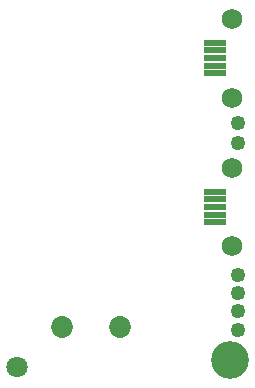
<source format=gbr>
G04 start of page 6 for group -4063 idx -4063 *
G04 Title: (unknown), componentmask *
G04 Creator: pcb 4.2.0 *
G04 CreationDate: Thu Feb 27 09:32:16 2020 UTC *
G04 For: blinken *
G04 Format: Gerber/RS-274X *
G04 PCB-Dimensions (mm): 65.00 56.00 *
G04 PCB-Coordinate-Origin: lower left *
%MOMM*%
%FSLAX43Y43*%
%LNTOPMASK*%
%ADD51C,0.002*%
%ADD50C,1.800*%
%ADD49C,1.254*%
%ADD48C,3.200*%
%ADD47C,1.852*%
%ADD46C,1.752*%
G54D46*X22050Y34000D03*
Y40650D03*
Y46600D03*
Y53250D03*
G54D47*X12550Y27150D03*
X7650D03*
G54D48*X21850Y24400D03*
G54D49*X22500Y26900D03*
Y28500D03*
Y30050D03*
Y31600D03*
G54D50*X3800Y23800D03*
G54D49*X22500Y42800D03*
Y44450D03*
G54D51*G36*
X19648Y48902D02*Y48398D01*
X21552D01*
Y48902D01*
X19648D01*
G37*
G36*
Y51502D02*Y50998D01*
X21552D01*
Y51502D01*
X19648D01*
G37*
G36*
Y49552D02*Y49048D01*
X21552D01*
Y49552D01*
X19648D01*
G37*
G36*
Y50202D02*Y49698D01*
X21552D01*
Y50202D01*
X19648D01*
G37*
G36*
Y50852D02*Y50348D01*
X21552D01*
Y50852D01*
X19648D01*
G37*
G36*
Y36302D02*Y35798D01*
X21552D01*
Y36302D01*
X19648D01*
G37*
G36*
Y38902D02*Y38398D01*
X21552D01*
Y38902D01*
X19648D01*
G37*
G36*
Y36952D02*Y36448D01*
X21552D01*
Y36952D01*
X19648D01*
G37*
G36*
Y37602D02*Y37098D01*
X21552D01*
Y37602D01*
X19648D01*
G37*
G36*
Y38252D02*Y37748D01*
X21552D01*
Y38252D01*
X19648D01*
G37*
M02*

</source>
